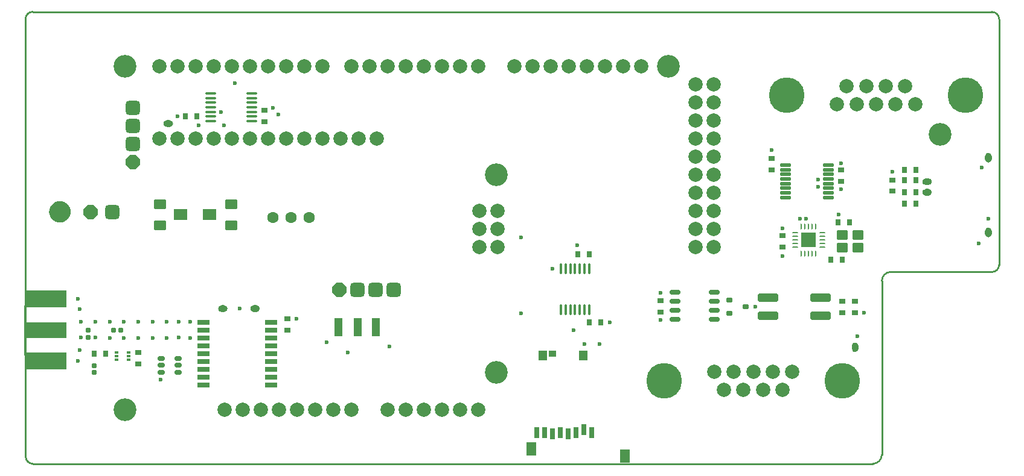
<source format=gts>
G04*
G04 #@! TF.GenerationSoftware,Altium Limited,Altium Designer,22.0.2 (36)*
G04*
G04 Layer_Color=8388736*
%FSLAX44Y44*%
%MOMM*%
G71*
G04*
G04 #@! TF.SameCoordinates,2F7B36FA-1CAB-4409-8D5E-7B144DD93BD5*
G04*
G04*
G04 #@! TF.FilePolarity,Negative*
G04*
G01*
G75*
%ADD10C,0.1500*%
%ADD11C,0.2000*%
%ADD12C,0.2540*%
%ADD16R,0.4920X0.3000*%
G04:AMPARAMS|DCode=17|XSize=0.6mm|YSize=0.6mm|CornerRadius=0.075mm|HoleSize=0mm|Usage=FLASHONLY|Rotation=90.000|XOffset=0mm|YOffset=0mm|HoleType=Round|Shape=RoundedRectangle|*
%AMROUNDEDRECTD17*
21,1,0.6000,0.4500,0,0,90.0*
21,1,0.4500,0.6000,0,0,90.0*
1,1,0.1500,0.2250,0.2250*
1,1,0.1500,0.2250,-0.2250*
1,1,0.1500,-0.2250,-0.2250*
1,1,0.1500,-0.2250,0.2250*
%
%ADD17ROUNDEDRECTD17*%
G04:AMPARAMS|DCode=18|XSize=0.6mm|YSize=0.6mm|CornerRadius=0.075mm|HoleSize=0mm|Usage=FLASHONLY|Rotation=0.000|XOffset=0mm|YOffset=0mm|HoleType=Round|Shape=RoundedRectangle|*
%AMROUNDEDRECTD18*
21,1,0.6000,0.4500,0,0,0.0*
21,1,0.4500,0.6000,0,0,0.0*
1,1,0.1500,0.2250,-0.2250*
1,1,0.1500,-0.2250,-0.2250*
1,1,0.1500,-0.2250,0.2250*
1,1,0.1500,0.2250,0.2250*
%
%ADD18ROUNDEDRECTD18*%
%ADD19R,1.3000X1.4000*%
%ADD20R,1.0000X0.9500*%
%ADD21R,0.8000X1.5000*%
%ADD22R,1.4000X1.9000*%
%ADD23R,5.8000X2.3000*%
%ADD24R,5.8000X2.4000*%
G04:AMPARAMS|DCode=25|XSize=1.75mm|YSize=1.35mm|CornerRadius=0.1688mm|HoleSize=0mm|Usage=FLASHONLY|Rotation=0.000|XOffset=0mm|YOffset=0mm|HoleType=Round|Shape=RoundedRectangle|*
%AMROUNDEDRECTD25*
21,1,1.7500,1.0125,0,0,0.0*
21,1,1.4125,1.3500,0,0,0.0*
1,1,0.3375,0.7063,-0.5063*
1,1,0.3375,-0.7063,-0.5063*
1,1,0.3375,-0.7063,0.5063*
1,1,0.3375,0.7063,0.5063*
%
%ADD25ROUNDEDRECTD25*%
%ADD26R,1.9000X1.5000*%
G04:AMPARAMS|DCode=27|XSize=0.75mm|YSize=0.9mm|CornerRadius=0.0938mm|HoleSize=0mm|Usage=FLASHONLY|Rotation=90.000|XOffset=0mm|YOffset=0mm|HoleType=Round|Shape=RoundedRectangle|*
%AMROUNDEDRECTD27*
21,1,0.7500,0.7125,0,0,90.0*
21,1,0.5625,0.9000,0,0,90.0*
1,1,0.1875,0.3563,0.2813*
1,1,0.1875,0.3563,-0.2813*
1,1,0.1875,-0.3563,-0.2813*
1,1,0.1875,-0.3563,0.2813*
%
%ADD27ROUNDEDRECTD27*%
G04:AMPARAMS|DCode=28|XSize=0.75mm|YSize=0.9mm|CornerRadius=0.0938mm|HoleSize=0mm|Usage=FLASHONLY|Rotation=180.000|XOffset=0mm|YOffset=0mm|HoleType=Round|Shape=RoundedRectangle|*
%AMROUNDEDRECTD28*
21,1,0.7500,0.7125,0,0,180.0*
21,1,0.5625,0.9000,0,0,180.0*
1,1,0.1875,-0.2813,0.3563*
1,1,0.1875,0.2813,0.3563*
1,1,0.1875,0.2813,-0.3563*
1,1,0.1875,-0.2813,-0.3563*
%
%ADD28ROUNDEDRECTD28*%
G04:AMPARAMS|DCode=29|XSize=0.6mm|YSize=1mm|CornerRadius=0.15mm|HoleSize=0mm|Usage=FLASHONLY|Rotation=90.000|XOffset=0mm|YOffset=0mm|HoleType=Round|Shape=RoundedRectangle|*
%AMROUNDEDRECTD29*
21,1,0.6000,0.7000,0,0,90.0*
21,1,0.3000,1.0000,0,0,90.0*
1,1,0.3000,0.3500,0.1500*
1,1,0.3000,0.3500,-0.1500*
1,1,0.3000,-0.3500,-0.1500*
1,1,0.3000,-0.3500,0.1500*
%
%ADD29ROUNDEDRECTD29*%
%ADD30R,1.8000X0.7000*%
%ADD31R,1.8000X0.8000*%
G04:AMPARAMS|DCode=32|XSize=0.6mm|YSize=0.9mm|CornerRadius=0.15mm|HoleSize=0mm|Usage=FLASHONLY|Rotation=90.000|XOffset=0mm|YOffset=0mm|HoleType=Round|Shape=RoundedRectangle|*
%AMROUNDEDRECTD32*
21,1,0.6000,0.6000,0,0,90.0*
21,1,0.3000,0.9000,0,0,90.0*
1,1,0.3000,0.3000,0.1500*
1,1,0.3000,0.3000,-0.1500*
1,1,0.3000,-0.3000,-0.1500*
1,1,0.3000,-0.3000,0.1500*
%
%ADD32ROUNDEDRECTD32*%
G04:AMPARAMS|DCode=33|XSize=2.9mm|YSize=1.2mm|CornerRadius=0.3mm|HoleSize=0mm|Usage=FLASHONLY|Rotation=180.000|XOffset=0mm|YOffset=0mm|HoleType=Round|Shape=RoundedRectangle|*
%AMROUNDEDRECTD33*
21,1,2.9000,0.6000,0,0,180.0*
21,1,2.3000,1.2000,0,0,180.0*
1,1,0.6000,-1.1500,0.3000*
1,1,0.6000,1.1500,0.3000*
1,1,0.6000,1.1500,-0.3000*
1,1,0.6000,-1.1500,-0.3000*
%
%ADD33ROUNDEDRECTD33*%
G04:AMPARAMS|DCode=34|XSize=0.45mm|YSize=1.5mm|CornerRadius=0.1125mm|HoleSize=0mm|Usage=FLASHONLY|Rotation=90.000|XOffset=0mm|YOffset=0mm|HoleType=Round|Shape=RoundedRectangle|*
%AMROUNDEDRECTD34*
21,1,0.4500,1.2750,0,0,90.0*
21,1,0.2250,1.5000,0,0,90.0*
1,1,0.2250,0.6375,0.1125*
1,1,0.2250,0.6375,-0.1125*
1,1,0.2250,-0.6375,-0.1125*
1,1,0.2250,-0.6375,0.1125*
%
%ADD34ROUNDEDRECTD34*%
G04:AMPARAMS|DCode=35|XSize=0.85mm|YSize=0.25mm|CornerRadius=0.0625mm|HoleSize=0mm|Usage=FLASHONLY|Rotation=270.000|XOffset=0mm|YOffset=0mm|HoleType=Round|Shape=RoundedRectangle|*
%AMROUNDEDRECTD35*
21,1,0.8500,0.1250,0,0,270.0*
21,1,0.7250,0.2500,0,0,270.0*
1,1,0.1250,-0.0625,-0.3625*
1,1,0.1250,-0.0625,0.3625*
1,1,0.1250,0.0625,0.3625*
1,1,0.1250,0.0625,-0.3625*
%
%ADD35ROUNDEDRECTD35*%
G04:AMPARAMS|DCode=36|XSize=0.85mm|YSize=0.25mm|CornerRadius=0.0625mm|HoleSize=0mm|Usage=FLASHONLY|Rotation=0.000|XOffset=0mm|YOffset=0mm|HoleType=Round|Shape=RoundedRectangle|*
%AMROUNDEDRECTD36*
21,1,0.8500,0.1250,0,0,0.0*
21,1,0.7250,0.2500,0,0,0.0*
1,1,0.1250,0.3625,-0.0625*
1,1,0.1250,-0.3625,-0.0625*
1,1,0.1250,-0.3625,0.0625*
1,1,0.1250,0.3625,0.0625*
%
%ADD36ROUNDEDRECTD36*%
%ADD37R,2.0000X2.0000*%
G04:AMPARAMS|DCode=38|XSize=0.6mm|YSize=1.45mm|CornerRadius=0.15mm|HoleSize=0mm|Usage=FLASHONLY|Rotation=90.000|XOffset=0mm|YOffset=0mm|HoleType=Round|Shape=RoundedRectangle|*
%AMROUNDEDRECTD38*
21,1,0.6000,1.1500,0,0,90.0*
21,1,0.3000,1.4500,0,0,90.0*
1,1,0.3000,0.5750,0.1500*
1,1,0.3000,0.5750,-0.1500*
1,1,0.3000,-0.5750,-0.1500*
1,1,0.3000,-0.5750,0.1500*
%
%ADD38ROUNDEDRECTD38*%
%ADD39O,1.6000X0.3500*%
%ADD40O,0.3500X1.6000*%
G04:AMPARAMS|DCode=41|XSize=1.35mm|YSize=1.55mm|CornerRadius=0.1688mm|HoleSize=0mm|Usage=FLASHONLY|Rotation=90.000|XOffset=0mm|YOffset=0mm|HoleType=Round|Shape=RoundedRectangle|*
%AMROUNDEDRECTD41*
21,1,1.3500,1.2125,0,0,90.0*
21,1,1.0125,1.5500,0,0,90.0*
1,1,0.3375,0.6063,0.5063*
1,1,0.3375,0.6063,-0.5063*
1,1,0.3375,-0.6063,-0.5063*
1,1,0.3375,-0.6063,0.5063*
%
%ADD41ROUNDEDRECTD41*%
%ADD42C,0.6000*%
%ADD43C,2.0000*%
%ADD44C,5.0000*%
%ADD45C,3.2000*%
G04:AMPARAMS|DCode=46|XSize=2.032mm|YSize=2.032mm|CornerRadius=0.508mm|HoleSize=0mm|Usage=FLASHONLY|Rotation=270.000|XOffset=0mm|YOffset=0mm|HoleType=Round|Shape=RoundedRectangle|*
%AMROUNDEDRECTD46*
21,1,2.0320,1.0160,0,0,270.0*
21,1,1.0160,2.0320,0,0,270.0*
1,1,1.0160,-0.5080,-0.5080*
1,1,1.0160,-0.5080,0.5080*
1,1,1.0160,0.5080,0.5080*
1,1,1.0160,0.5080,-0.5080*
%
%ADD46ROUNDEDRECTD46*%
%ADD47P,2.1994X8X292.5*%
%ADD48P,2.1994X8X202.5*%
G04:AMPARAMS|DCode=49|XSize=2.032mm|YSize=2.032mm|CornerRadius=0.508mm|HoleSize=0mm|Usage=FLASHONLY|Rotation=180.000|XOffset=0mm|YOffset=0mm|HoleType=Round|Shape=RoundedRectangle|*
%AMROUNDEDRECTD49*
21,1,2.0320,1.0160,0,0,180.0*
21,1,1.0160,2.0320,0,0,180.0*
1,1,1.0160,-0.5080,0.5080*
1,1,1.0160,0.5080,0.5080*
1,1,1.0160,0.5080,-0.5080*
1,1,1.0160,-0.5080,-0.5080*
%
%ADD49ROUNDEDRECTD49*%
%ADD50C,1.6000*%
G36*
X278224Y222906D02*
X274724Y222906D01*
X269724Y217906D01*
X274724Y212906D01*
X278224D01*
X283224Y217906D01*
X278224Y222906D01*
D02*
G37*
G36*
X63025Y354000D02*
X62735Y356940D01*
X61878Y359768D01*
X60485Y362374D01*
X58610Y364658D01*
X56326Y366532D01*
X53720Y367925D01*
X50893Y368783D01*
X47952Y369073D01*
X45012Y368783D01*
X42184Y367925D01*
X39578Y366532D01*
X37294Y364658D01*
X35420Y362374D01*
X34027Y359768D01*
X33169Y356940D01*
X32880Y354000D01*
D01*
X33169Y351059D01*
X34027Y348232D01*
X35420Y345626D01*
X37294Y343342D01*
X39578Y341468D01*
X42184Y340075D01*
X45012Y339217D01*
X47952Y338927D01*
X50893Y339217D01*
X53720Y340075D01*
X56326Y341468D01*
X58610Y343342D01*
X60485Y345626D01*
X61878Y348232D01*
X62735Y351059D01*
X63025Y354000D01*
D01*
D02*
G37*
G36*
X201750Y483000D02*
X198250Y483000D01*
X193250Y478000D01*
X198250Y473000D01*
X201750D01*
X206750Y478000D01*
X201750Y483000D01*
D02*
G37*
G36*
X323500Y223000D02*
X320000Y223000D01*
X315000Y218000D01*
X320000Y213000D01*
X323500D01*
X328500Y218000D01*
X323500Y223000D01*
D02*
G37*
G36*
X433500Y179500D02*
X444500D01*
Y204500D01*
X433500D01*
X433500Y179500D01*
D02*
G37*
G36*
X459800Y179500D02*
X470800D01*
Y204500D01*
X459800D01*
X459800Y179500D01*
D02*
G37*
G36*
X1355000Y431750D02*
Y428250D01*
X1350000Y423250D01*
X1345000Y428250D01*
X1345000Y431750D01*
X1350000Y436750D01*
X1355000Y431750D01*
D02*
G37*
G36*
X1270850Y396363D02*
X1265850Y391363D01*
X1262350D01*
X1257350Y396363D01*
X1262350Y401364D01*
X1265850Y401364D01*
X1270850Y396363D01*
D02*
G37*
G36*
Y381313D02*
X1265850Y376313D01*
X1262350D01*
X1257350Y381313D01*
X1262350Y386314D01*
X1265850Y386314D01*
X1270850Y381313D01*
D02*
G37*
G36*
X1355000Y326750D02*
Y323250D01*
X1350000Y318250D01*
X1345000Y323250D01*
X1345000Y326750D01*
X1350000Y331750D01*
X1355000Y326750D01*
D02*
G37*
G36*
X496200Y179500D02*
X485200D01*
X485200Y204500D01*
X496200D01*
Y179500D01*
D02*
G37*
G36*
X1168290Y165489D02*
X1168291Y161989D01*
X1163290Y156989D01*
X1158290Y161989D01*
Y165489D01*
X1163290Y170489D01*
X1168290Y165489D01*
D02*
G37*
D10*
X-1000Y153000D02*
Y222000D01*
D11*
X320000D02*
G03*
X320000Y214000I0J-4000D01*
G01*
X323500D02*
G03*
X323500Y222000I0J4000D01*
G01*
X274724Y221906D02*
G03*
X274724Y213906I0J-4000D01*
G01*
X278224D02*
G03*
X278224Y221906I0J4000D01*
G01*
X1354000Y326750D02*
G03*
X1346000Y326750I-4000J0D01*
G01*
Y323250D02*
G03*
X1354000Y323250I4000J0D01*
G01*
X201750Y474000D02*
G03*
X201750Y482000I0J4000D01*
G01*
X198250D02*
G03*
X198250Y474000I0J-4000D01*
G01*
X1159290Y161989D02*
G03*
X1167290Y161989I4000J0D01*
G01*
Y165489D02*
G03*
X1159290Y165489I-4000J0D01*
G01*
X1354000Y431750D02*
G03*
X1346000Y431750I-4000J0D01*
G01*
Y428250D02*
G03*
X1354000Y428250I4000J0D01*
G01*
X1265850Y392363D02*
G03*
X1265850Y400363I0J4000D01*
G01*
X1262350D02*
G03*
X1262350Y392363I0J-4000D01*
G01*
X1265850Y377313D02*
G03*
X1265850Y385313I0J4000D01*
G01*
X1262350D02*
G03*
X1262350Y377313I0J-4000D01*
G01*
D12*
X0Y10165D02*
G03*
X10165Y0I10165J0D01*
G01*
X1365000Y625000D02*
G03*
X1355000Y635000I-10000J0D01*
G01*
X9726Y635000D02*
G03*
X0Y625274I0J-9726D01*
G01*
X1355314Y269564D02*
G03*
X1365000Y279250I0J9686D01*
G01*
X1213316Y269564D02*
G03*
X1200616Y256864I0J-12700D01*
G01*
X1187916Y0D02*
G03*
X1200616Y12700I0J12700D01*
G01*
X0Y10165D02*
Y625274D01*
X10165Y0D02*
X907093D01*
X9726Y635000D02*
X1355000Y635000D01*
X1365000Y624840D02*
X1365000Y279250D01*
X1200616Y12700D02*
Y256864D01*
X1365000Y279250D02*
Y281877D01*
X1213316Y269564D02*
X1355314D01*
X1180429Y0D02*
X1187916D01*
X907093D02*
X1180429D01*
D16*
X144340Y151000D02*
D03*
Y156000D02*
D03*
Y146000D02*
D03*
X127660D02*
D03*
Y151000D02*
D03*
Y156000D02*
D03*
D17*
X88001Y177652D02*
D03*
X88001Y187647D02*
D03*
X96000Y138000D02*
D03*
X96000Y128000D02*
D03*
D18*
X133000Y188000D02*
D03*
X123000Y188000D02*
D03*
D19*
X724983Y152275D02*
D03*
X781983D02*
D03*
D20*
X738883Y154525D02*
D03*
D21*
X716883Y43675D02*
D03*
X727883D02*
D03*
X738883Y41675D02*
D03*
X749883Y43675D02*
D03*
X760883Y41675D02*
D03*
X771883Y43675D02*
D03*
X782883Y47675D02*
D03*
X793883Y43675D02*
D03*
D22*
X708983Y20775D02*
D03*
X840483Y10775D02*
D03*
D23*
X28000Y188000D02*
D03*
D24*
Y144500D02*
D03*
Y231800D02*
D03*
D25*
X188406Y335000D02*
D03*
Y365000D02*
D03*
X288656D02*
D03*
Y335000D02*
D03*
D26*
X216906Y350000D02*
D03*
X257906D02*
D03*
D27*
X158000Y156090D02*
D03*
Y140090D02*
D03*
X1046184Y429233D02*
D03*
Y413233D02*
D03*
X1143670Y397210D02*
D03*
Y413210D02*
D03*
X1061184Y304233D02*
D03*
Y320233D02*
D03*
X1163000Y212485D02*
D03*
Y228485D02*
D03*
X1145000Y212485D02*
D03*
Y228485D02*
D03*
X890000Y229485D02*
D03*
Y213485D02*
D03*
X335000Y481000D02*
D03*
Y497000D02*
D03*
X367000Y204000D02*
D03*
Y188000D02*
D03*
X1215700Y382864D02*
D03*
Y398863D02*
D03*
D28*
X96000Y155000D02*
D03*
X112000D02*
D03*
X1248460Y413227D02*
D03*
X1232460D02*
D03*
X1248460Y398363D02*
D03*
X1232460D02*
D03*
X1248460Y381238D02*
D03*
X1232460D02*
D03*
X1248460Y365238D02*
D03*
X1232460D02*
D03*
X1139384Y339483D02*
D03*
X1155384D02*
D03*
X1129166Y287003D02*
D03*
X1145166D02*
D03*
X224000Y488000D02*
D03*
X240000D02*
D03*
X774483Y294275D02*
D03*
X790483D02*
D03*
X806483Y198275D02*
D03*
X790483D02*
D03*
D29*
X190036Y148188D02*
D03*
Y138188D02*
D03*
Y128188D02*
D03*
X214036D02*
D03*
Y138188D02*
D03*
Y148188D02*
D03*
D30*
X249000Y111000D02*
D03*
Y199000D02*
D03*
X344000D02*
D03*
Y111000D02*
D03*
D31*
X249000Y122000D02*
D03*
Y133000D02*
D03*
Y144000D02*
D03*
Y155000D02*
D03*
Y166000D02*
D03*
Y177000D02*
D03*
Y188000D02*
D03*
X344000D02*
D03*
Y177000D02*
D03*
Y166000D02*
D03*
Y155000D02*
D03*
Y144000D02*
D03*
Y133000D02*
D03*
Y122000D02*
D03*
D32*
X986500Y229985D02*
D03*
Y210985D02*
D03*
X1009500Y220485D02*
D03*
D33*
X1115000Y207985D02*
D03*
Y232985D02*
D03*
X1041000Y207985D02*
D03*
Y232985D02*
D03*
D34*
X1125434Y374210D02*
D03*
Y380710D02*
D03*
Y387210D02*
D03*
Y393710D02*
D03*
Y400210D02*
D03*
Y406710D02*
D03*
Y413210D02*
D03*
Y419710D02*
D03*
X1065434Y374210D02*
D03*
Y380710D02*
D03*
Y387210D02*
D03*
Y393710D02*
D03*
Y400210D02*
D03*
Y406710D02*
D03*
Y413210D02*
D03*
Y419710D02*
D03*
D35*
X1102917Y333597D02*
D03*
X1097917D02*
D03*
X1107917D02*
D03*
X1087917Y295597D02*
D03*
Y333597D02*
D03*
X1092917D02*
D03*
X1107917Y295597D02*
D03*
X1102917D02*
D03*
X1097917D02*
D03*
X1092917D02*
D03*
D36*
X1116917Y324597D02*
D03*
Y319597D02*
D03*
Y314597D02*
D03*
X1078917Y324597D02*
D03*
X1116917Y309597D02*
D03*
Y304597D02*
D03*
X1078917Y309597D02*
D03*
Y304597D02*
D03*
Y319597D02*
D03*
Y314597D02*
D03*
D37*
X1097917D02*
D03*
D38*
X965500Y202785D02*
D03*
Y215485D02*
D03*
Y228185D02*
D03*
Y240885D02*
D03*
X911000Y202785D02*
D03*
Y215485D02*
D03*
Y228185D02*
D03*
Y240885D02*
D03*
D39*
X316750Y481500D02*
D03*
Y488000D02*
D03*
Y494500D02*
D03*
Y501000D02*
D03*
Y507500D02*
D03*
Y514000D02*
D03*
Y520500D02*
D03*
X259250Y481500D02*
D03*
Y488000D02*
D03*
Y494500D02*
D03*
Y501000D02*
D03*
Y507500D02*
D03*
Y514000D02*
D03*
Y520500D02*
D03*
D40*
X789983Y274025D02*
D03*
X783483D02*
D03*
X776983D02*
D03*
X770483D02*
D03*
X763983D02*
D03*
X757483D02*
D03*
X750983D02*
D03*
X789983Y216525D02*
D03*
X783483D02*
D03*
X776983D02*
D03*
X770483D02*
D03*
X763983D02*
D03*
X757483D02*
D03*
X750983D02*
D03*
D41*
X1166784Y321483D02*
D03*
Y303483D02*
D03*
X1144784Y321483D02*
D03*
Y303483D02*
D03*
D42*
X325500Y218000D02*
D03*
X318000D02*
D03*
X280224Y217906D02*
D03*
X272724D02*
D03*
X1350000Y321250D02*
D03*
Y328750D02*
D03*
X196250Y478000D02*
D03*
X203750D02*
D03*
X1163290Y167489D02*
D03*
Y159989D02*
D03*
X1350000Y426250D02*
D03*
Y433750D02*
D03*
X1260350Y396363D02*
D03*
X1267850D02*
D03*
X1260350Y381313D02*
D03*
X1267850D02*
D03*
X215016Y199500D02*
D03*
Y177320D02*
D03*
X197591Y199500D02*
D03*
X198000Y177000D02*
D03*
X178000Y199500D02*
D03*
Y177000D02*
D03*
X158000Y199500D02*
D03*
Y177000D02*
D03*
X137699Y199500D02*
D03*
X1175250Y212485D02*
D03*
X1166429Y179293D02*
D03*
X1336068Y310000D02*
D03*
X694537Y317999D02*
D03*
Y211000D02*
D03*
X75735Y216890D02*
D03*
X1340500Y416000D02*
D03*
X1046184Y440544D02*
D03*
X1140108Y350001D02*
D03*
X98000Y177096D02*
D03*
X77904D02*
D03*
X293655Y534634D02*
D03*
X773688Y307275D02*
D03*
X300000Y218000D02*
D03*
X422000Y171000D02*
D03*
X452000Y156000D02*
D03*
X510000Y165000D02*
D03*
X380000Y204000D02*
D03*
X231000Y177000D02*
D03*
Y199500D02*
D03*
X189536Y118000D02*
D03*
X75735Y159367D02*
D03*
X72869Y144500D02*
D03*
Y231800D02*
D03*
X77904Y199500D02*
D03*
X98000D02*
D03*
X118000D02*
D03*
X137699Y177000D02*
D03*
X118000D02*
D03*
X242500Y475500D02*
D03*
X346600Y500100D02*
D03*
X278000Y475500D02*
D03*
X213365Y488000D02*
D03*
X274000Y494500D02*
D03*
X1350000Y344150D02*
D03*
X738883Y274121D02*
D03*
X819494Y198275D02*
D03*
X1111184Y389233D02*
D03*
X1111184Y399233D02*
D03*
X1085684Y344133D02*
D03*
X1094434D02*
D03*
X1061184Y330433D02*
D03*
Y291483D02*
D03*
X1143670Y385472D02*
D03*
Y422370D02*
D03*
X1215700Y410569D02*
D03*
X1023487Y220485D02*
D03*
X890000Y202485D02*
D03*
Y240085D02*
D03*
X783633Y168275D02*
D03*
X768453Y187745D02*
D03*
X804483Y168275D02*
D03*
X354600Y491000D02*
D03*
X1091917Y320597D02*
D03*
Y308597D02*
D03*
X1103917Y320597D02*
D03*
Y308597D02*
D03*
X1097917Y314597D02*
D03*
D43*
X1151394Y530873D02*
D03*
X1178794D02*
D03*
X1206194D02*
D03*
X1233594D02*
D03*
X1247294Y505473D02*
D03*
X1165094D02*
D03*
X1192494D02*
D03*
X1219894D02*
D03*
X1137694D02*
D03*
X1061390Y103739D02*
D03*
X1033990D02*
D03*
X1006590D02*
D03*
X979190D02*
D03*
X965490Y129139D02*
D03*
X1047690D02*
D03*
X1020290D02*
D03*
X992890D02*
D03*
X1075090D02*
D03*
X187965Y558800D02*
D03*
X213365D02*
D03*
X238765D02*
D03*
X264165D02*
D03*
X289565D02*
D03*
X314965D02*
D03*
X340365D02*
D03*
X365765D02*
D03*
X391165D02*
D03*
X416565D02*
D03*
X457205Y558800D02*
D03*
X482605D02*
D03*
X508005D02*
D03*
X533405D02*
D03*
X558805D02*
D03*
X584205D02*
D03*
X609605D02*
D03*
X635005D02*
D03*
X279405Y76200D02*
D03*
X304805D02*
D03*
X330205D02*
D03*
X355605D02*
D03*
X381005D02*
D03*
X406405Y76200D02*
D03*
X431805Y76200D02*
D03*
X457205D02*
D03*
X508005Y76200D02*
D03*
X533405D02*
D03*
X558805D02*
D03*
X584205D02*
D03*
X609605D02*
D03*
X635005D02*
D03*
X685805Y558800D02*
D03*
X711205D02*
D03*
X736605D02*
D03*
X762005D02*
D03*
X787405D02*
D03*
X812805D02*
D03*
X838205D02*
D03*
X863605D02*
D03*
X187965Y457200D02*
D03*
X213365D02*
D03*
X238765D02*
D03*
X264165D02*
D03*
X289565D02*
D03*
X314965D02*
D03*
X340365D02*
D03*
X365765D02*
D03*
X391165D02*
D03*
X416565D02*
D03*
X441965D02*
D03*
X467365D02*
D03*
X492765Y457316D02*
D03*
X661670Y304800D02*
D03*
Y330200D02*
D03*
Y355600D02*
D03*
X965200Y533400D02*
D03*
Y508000D02*
D03*
Y482600D02*
D03*
Y457200D02*
D03*
Y431800D02*
D03*
Y406400D02*
D03*
Y381000D02*
D03*
Y355600D02*
D03*
Y330200D02*
D03*
Y304800D02*
D03*
X939800Y533400D02*
D03*
Y508000D02*
D03*
Y482600D02*
D03*
Y457200D02*
D03*
Y431800D02*
D03*
Y406400D02*
D03*
Y381000D02*
D03*
Y355600D02*
D03*
Y330200D02*
D03*
Y304800D02*
D03*
X636270Y304800D02*
D03*
Y330200D02*
D03*
Y355600D02*
D03*
D44*
X1067494Y517873D02*
D03*
X1317494D02*
D03*
X1145290Y116739D02*
D03*
X895290D02*
D03*
D45*
X901699Y558800D02*
D03*
X139699Y76199D02*
D03*
X1282699Y462999D02*
D03*
X660399Y406399D02*
D03*
X139699Y558799D02*
D03*
X660399Y127999D02*
D03*
D46*
X121152Y354000D02*
D03*
X465300Y244000D02*
D03*
X516100D02*
D03*
X490700D02*
D03*
D47*
X91152Y354000D02*
D03*
X439900Y244000D02*
D03*
D48*
X150000Y423900D02*
D03*
D49*
Y449300D02*
D03*
Y500100D02*
D03*
Y474700D02*
D03*
D50*
X397400Y346000D02*
D03*
X372000D02*
D03*
X346600D02*
D03*
M02*

</source>
